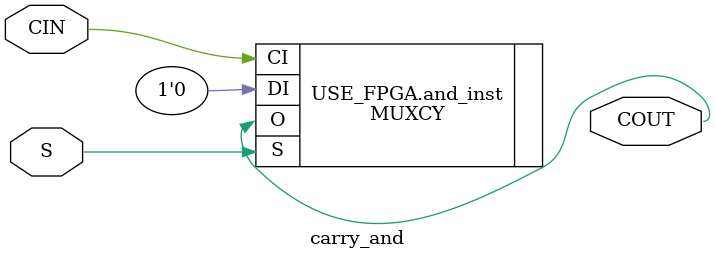
<source format=v>

`timescale 1ps/1ps


module carry_and #
  (
   parameter         C_FAMILY                         = "virtex6"
                       // FPGA Family. Current version: virtex6 or spartan6.
   )
  (
   input  wire        CIN,
   input  wire        S,
   output wire        COUT
   );
  
  
  /////////////////////////////////////////////////////////////////////////////
  // Variables for generating parameter controlled instances.
  /////////////////////////////////////////////////////////////////////////////
  
  
  /////////////////////////////////////////////////////////////////////////////
  // Local params
  /////////////////////////////////////////////////////////////////////////////
  
  
  /////////////////////////////////////////////////////////////////////////////
  // Functions
  /////////////////////////////////////////////////////////////////////////////
  
  
  /////////////////////////////////////////////////////////////////////////////
  // Internal signals
  /////////////////////////////////////////////////////////////////////////////

  
  /////////////////////////////////////////////////////////////////////////////
  // Instantiate or use RTL code
  /////////////////////////////////////////////////////////////////////////////
  
  generate
    if ( C_FAMILY == "rtl" ) begin : USE_RTL
      assign COUT = CIN & S;
      
    end else begin : USE_FPGA
      MUXCY and_inst 
      (
       .O (COUT), 
       .CI (CIN), 
       .DI (1'b0), 
       .S (S)
      ); 
      
    end
  endgenerate
  
  
endmodule


</source>
